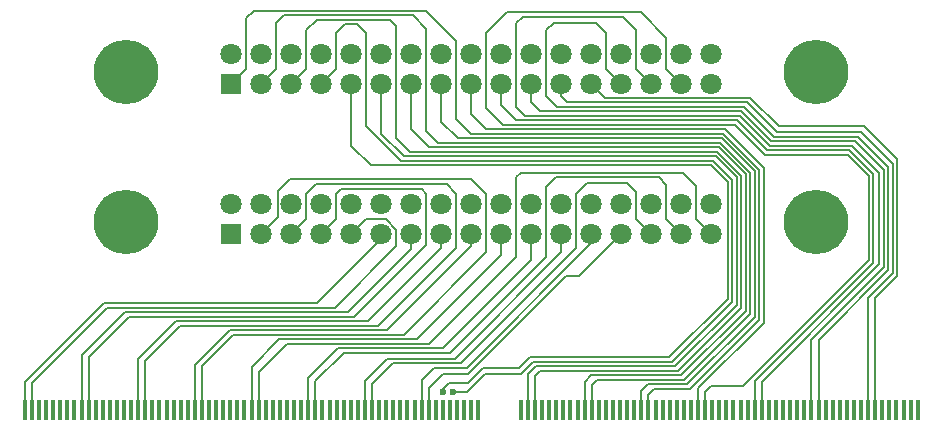
<source format=gbr>
G04 #@! TF.GenerationSoftware,KiCad,Pcbnew,5.1.5+dfsg1-2build2*
G04 #@! TF.CreationDate,2021-02-25T12:04:28+01:00*
G04 #@! TF.ProjectId,DIMMCartridgeConect,44494d4d-4361-4727-9472-69646765436f,rev?*
G04 #@! TF.SameCoordinates,Original*
G04 #@! TF.FileFunction,Copper,L2,Bot*
G04 #@! TF.FilePolarity,Positive*
%FSLAX46Y46*%
G04 Gerber Fmt 4.6, Leading zero omitted, Abs format (unit mm)*
G04 Created by KiCad (PCBNEW 5.1.5+dfsg1-2build2) date 2021-02-25 12:04:28*
%MOMM*%
%LPD*%
G04 APERTURE LIST*
%ADD10R,0.400000X1.800000*%
%ADD11R,1.800000X1.800000*%
%ADD12C,1.800000*%
%ADD13C,5.460000*%
%ADD14C,0.600000*%
%ADD15C,0.152400*%
G04 APERTURE END LIST*
D10*
X62200000Y-131640000D03*
X62800000Y-131640000D03*
X63400000Y-131640000D03*
X64000000Y-131640000D03*
X64600000Y-131640000D03*
X65200000Y-131640000D03*
X65800000Y-131640000D03*
X66400000Y-131640000D03*
X67000000Y-131640000D03*
X67600000Y-131640000D03*
X68200000Y-131640000D03*
X68800000Y-131640000D03*
X69400000Y-131640000D03*
X70000000Y-131640000D03*
X70600000Y-131640000D03*
X71200000Y-131640000D03*
X71800000Y-131640000D03*
X72400000Y-131640000D03*
X73000000Y-131640000D03*
X73600000Y-131640000D03*
X74200000Y-131640000D03*
X74800000Y-131640000D03*
X75400000Y-131640000D03*
X76000000Y-131640000D03*
X76600000Y-131640000D03*
X77200000Y-131640000D03*
X77800000Y-131640000D03*
X78400000Y-131640000D03*
X79000000Y-131640000D03*
X79600000Y-131640000D03*
X80200000Y-131640000D03*
X80800000Y-131640000D03*
X81400000Y-131640000D03*
X82000000Y-131640000D03*
X82600000Y-131640000D03*
X83200000Y-131640000D03*
X83800000Y-131640000D03*
X84400000Y-131640000D03*
X85000000Y-131640000D03*
X85600000Y-131640000D03*
X86200000Y-131640000D03*
X86800000Y-131640000D03*
X87400000Y-131640000D03*
X88000000Y-131640000D03*
X88600000Y-131640000D03*
X89200000Y-131640000D03*
X89800000Y-131640000D03*
X90400000Y-131640000D03*
X91000000Y-131640000D03*
X91600000Y-131640000D03*
X92200000Y-131640000D03*
X92800000Y-131640000D03*
X93400000Y-131640000D03*
X94000000Y-131640000D03*
X94600000Y-131640000D03*
X95200000Y-131640000D03*
X95800000Y-131640000D03*
X96400000Y-131640000D03*
X97000000Y-131640000D03*
X97600000Y-131640000D03*
X98200000Y-131640000D03*
X98800000Y-131640000D03*
X99400000Y-131640000D03*
X100000000Y-131640000D03*
X100600000Y-131640000D03*
X104200000Y-131640000D03*
X104800000Y-131640000D03*
X105400000Y-131640000D03*
X106000000Y-131640000D03*
X106600000Y-131640000D03*
X107200000Y-131640000D03*
X107800000Y-131640000D03*
X108400000Y-131640000D03*
X109000000Y-131640000D03*
X109600000Y-131640000D03*
X110200000Y-131640000D03*
X110800000Y-131640000D03*
X111400000Y-131640000D03*
X112000000Y-131640000D03*
X112600000Y-131640000D03*
X113200000Y-131640000D03*
X113800000Y-131640000D03*
X114400000Y-131640000D03*
X115000000Y-131640000D03*
X115600000Y-131640000D03*
X116200000Y-131640000D03*
X116800000Y-131640000D03*
X117400000Y-131640000D03*
X118000000Y-131640000D03*
X118600000Y-131640000D03*
X119200000Y-131640000D03*
X119800000Y-131640000D03*
X120400000Y-131640000D03*
X121000000Y-131640000D03*
X121600000Y-131640000D03*
X122200000Y-131640000D03*
X122800000Y-131640000D03*
X123400000Y-131640000D03*
X124000000Y-131640000D03*
X124600000Y-131640000D03*
X125200000Y-131640000D03*
X125800000Y-131640000D03*
X126400000Y-131640000D03*
X127000000Y-131640000D03*
X127600000Y-131640000D03*
X128200000Y-131640000D03*
X128800000Y-131640000D03*
X129400000Y-131640000D03*
X130000000Y-131640000D03*
X130600000Y-131640000D03*
X131200000Y-131640000D03*
X131800000Y-131640000D03*
X132400000Y-131640000D03*
X133000000Y-131640000D03*
X133600000Y-131640000D03*
X134200000Y-131640000D03*
X134800000Y-131640000D03*
X135400000Y-131640000D03*
X136000000Y-131640000D03*
X136600000Y-131640000D03*
X137200000Y-131640000D03*
X137800000Y-131640000D03*
D11*
X79680000Y-104000000D03*
D12*
X79680000Y-101460000D03*
X82220000Y-104000000D03*
X82220000Y-101460000D03*
X84760000Y-104000000D03*
X84760000Y-101460000D03*
X87300000Y-104000000D03*
X87300000Y-101460000D03*
X89840000Y-104000000D03*
X89840000Y-101460000D03*
X92380000Y-104000000D03*
X92380000Y-101460000D03*
X94920000Y-104000000D03*
X94920000Y-101460000D03*
X97460000Y-104000000D03*
X97460000Y-101460000D03*
X100000000Y-104000000D03*
X100000000Y-101460000D03*
X102540000Y-104000000D03*
X102540000Y-101460000D03*
D13*
X70790000Y-102980000D03*
D12*
X105080000Y-104000000D03*
X105080000Y-101460000D03*
X107620000Y-104000000D03*
X107620000Y-101460000D03*
X110160000Y-104000000D03*
X110160000Y-101460000D03*
X112700000Y-104000000D03*
X112700000Y-101460000D03*
X115240000Y-104000000D03*
X115240000Y-101460000D03*
X117780000Y-104000000D03*
X117780000Y-101460000D03*
X120320000Y-104000000D03*
X120320000Y-101460000D03*
D13*
X129210000Y-102980000D03*
X129210000Y-115680000D03*
D12*
X120320000Y-114160000D03*
X120320000Y-116700000D03*
X117780000Y-114160000D03*
X117780000Y-116700000D03*
X115240000Y-114160000D03*
X115240000Y-116700000D03*
X112700000Y-114160000D03*
X112700000Y-116700000D03*
X110160000Y-114160000D03*
X110160000Y-116700000D03*
X107620000Y-114160000D03*
X107620000Y-116700000D03*
X105080000Y-114160000D03*
X105080000Y-116700000D03*
D13*
X70790000Y-115680000D03*
D12*
X102540000Y-114160000D03*
X102540000Y-116700000D03*
X100000000Y-114160000D03*
X100000000Y-116700000D03*
X97460000Y-114160000D03*
X97460000Y-116700000D03*
X94920000Y-114160000D03*
X94920000Y-116700000D03*
X92380000Y-114160000D03*
X92380000Y-116700000D03*
X89840000Y-114160000D03*
X89840000Y-116700000D03*
X87300000Y-114160000D03*
X87300000Y-116700000D03*
X84760000Y-114160000D03*
X84760000Y-116700000D03*
X82220000Y-114160000D03*
X82220000Y-116700000D03*
X79680000Y-114160000D03*
D11*
X79680000Y-116700000D03*
D14*
X98476000Y-130085000D03*
X97587000Y-130085000D03*
D15*
X62200000Y-131640000D02*
X62200000Y-129277000D01*
X62200000Y-129277000D02*
X68885000Y-122592000D01*
X68885000Y-122592000D02*
X86919000Y-122592000D01*
X92380000Y-117131000D02*
X92380000Y-116700000D01*
X86919000Y-122592000D02*
X92380000Y-117131000D01*
X93650000Y-116369000D02*
X92761000Y-115480000D01*
X91060000Y-115480000D02*
X89840000Y-116700000D01*
X92761000Y-115480000D02*
X91060000Y-115480000D01*
X62800000Y-131640000D02*
X62800000Y-129312000D01*
X62800000Y-129312000D02*
X69139000Y-122973000D01*
X88443000Y-122973000D02*
X93650000Y-117766000D01*
X69139000Y-122973000D02*
X88443000Y-122973000D01*
X93650000Y-117766000D02*
X93650000Y-116369000D01*
X94920000Y-118020000D02*
X94920000Y-116700000D01*
X70663000Y-123354000D02*
X89586000Y-123354000D01*
X67000000Y-127017000D02*
X70663000Y-123354000D01*
X89586000Y-123354000D02*
X94920000Y-118020000D01*
X67000000Y-131640000D02*
X67000000Y-127017000D01*
X67600000Y-131640000D02*
X67600000Y-127179000D01*
X67600000Y-127179000D02*
X71044000Y-123735000D01*
X86919000Y-123735000D02*
X90094000Y-123735000D01*
X71044000Y-123735000D02*
X86919000Y-123735000D01*
X86919000Y-123735000D02*
X87985810Y-123735000D01*
X90094000Y-123735000D02*
X96190000Y-117639000D01*
X96190000Y-117639000D02*
X96190000Y-113321000D01*
X96190000Y-113321000D02*
X95809000Y-112940000D01*
X95809000Y-112940000D02*
X89205000Y-112940000D01*
X89205000Y-112940000D02*
X88951000Y-112940000D01*
X88951000Y-112940000D02*
X88570000Y-113321000D01*
X88570000Y-115430000D02*
X87300000Y-116700000D01*
X88570000Y-113321000D02*
X88570000Y-115430000D01*
X71800000Y-131640000D02*
X71800000Y-130472000D01*
X71800000Y-131640000D02*
X71800000Y-127297000D01*
X71800000Y-127297000D02*
X74981000Y-124116000D01*
X74981000Y-124116000D02*
X91237000Y-124116000D01*
X97460000Y-117893000D02*
X97460000Y-116700000D01*
X91237000Y-124116000D02*
X97460000Y-117893000D01*
X86030000Y-115430000D02*
X84760000Y-116700000D01*
X98730000Y-117893000D02*
X98730000Y-113321000D01*
X92126000Y-124497000D02*
X98730000Y-117893000D01*
X75362000Y-124497000D02*
X92126000Y-124497000D01*
X72400000Y-127459000D02*
X75362000Y-124497000D01*
X72400000Y-131640000D02*
X72400000Y-127459000D01*
X86855500Y-112495500D02*
X86030000Y-113321000D01*
X97904500Y-112495500D02*
X86855500Y-112495500D01*
X86030000Y-113321000D02*
X86030000Y-115430000D01*
X98730000Y-113321000D02*
X97904500Y-112495500D01*
X76600000Y-127831000D02*
X76600000Y-131640000D01*
X92888000Y-124878000D02*
X79553000Y-124878000D01*
X100000000Y-117766000D02*
X92888000Y-124878000D01*
X79553000Y-124878000D02*
X76600000Y-127831000D01*
X100000000Y-116700000D02*
X100000000Y-117766000D01*
X100000000Y-112051000D02*
X84633000Y-112051000D01*
X94285000Y-125259000D02*
X101270000Y-118274000D01*
X79807000Y-125259000D02*
X94285000Y-125259000D01*
X83617000Y-113067000D02*
X83617000Y-115303000D01*
X101270000Y-113321000D02*
X100000000Y-112051000D01*
X77200000Y-127866000D02*
X79807000Y-125259000D01*
X83617000Y-115303000D02*
X82220000Y-116700000D01*
X84633000Y-112051000D02*
X83617000Y-113067000D01*
X101270000Y-118274000D02*
X101270000Y-113321000D01*
X77200000Y-131640000D02*
X77200000Y-127866000D01*
X81400000Y-131640000D02*
X81400000Y-127984000D01*
X81400000Y-127984000D02*
X83744000Y-125640000D01*
X83744000Y-125640000D02*
X95428000Y-125640000D01*
X102540000Y-118528000D02*
X102540000Y-116700000D01*
X95428000Y-125640000D02*
X102540000Y-118528000D01*
X82000000Y-131640000D02*
X82000000Y-128400000D01*
X82000000Y-128400000D02*
X84379000Y-126021000D01*
X84379000Y-126021000D02*
X96444000Y-126021000D01*
X96444000Y-126021000D02*
X103810000Y-118655000D01*
X103810000Y-118655000D02*
X103810000Y-111924000D01*
X103810000Y-111924000D02*
X104191000Y-111543000D01*
X104191000Y-111543000D02*
X117907000Y-111543000D01*
X117907000Y-111543000D02*
X119050000Y-112686000D01*
X119050000Y-115430000D02*
X120320000Y-116700000D01*
X119050000Y-112686000D02*
X119050000Y-115430000D01*
X86200000Y-131640000D02*
X86200000Y-128899000D01*
X86200000Y-128899000D02*
X88697000Y-126402000D01*
X88697000Y-126402000D02*
X97587000Y-126402000D01*
X105080000Y-118909000D02*
X105080000Y-116700000D01*
X97587000Y-126402000D02*
X105080000Y-118909000D01*
X116510000Y-115430000D02*
X117780000Y-116700000D01*
X116510000Y-112559000D02*
X116510000Y-115430000D01*
X107162810Y-111924000D02*
X115875000Y-111924000D01*
X106350000Y-112736810D02*
X107162810Y-111924000D01*
X106350000Y-118655000D02*
X106350000Y-112736810D01*
X98222000Y-126783000D02*
X106350000Y-118655000D01*
X89205000Y-126783000D02*
X98222000Y-126783000D01*
X115875000Y-111924000D02*
X116510000Y-112559000D01*
X86800000Y-129188000D02*
X89205000Y-126783000D01*
X86800000Y-131640000D02*
X86800000Y-129188000D01*
X91000000Y-131640000D02*
X91000000Y-129179000D01*
X91000000Y-129179000D02*
X92888000Y-127291000D01*
X92888000Y-127291000D02*
X98603000Y-127291000D01*
X107620000Y-118274000D02*
X107620000Y-116700000D01*
X98603000Y-127291000D02*
X107620000Y-118274000D01*
X91600000Y-131640000D02*
X91600000Y-129468000D01*
X91600000Y-129468000D02*
X93396000Y-127672000D01*
X93396000Y-127672000D02*
X99111000Y-127672000D01*
X99111000Y-127672000D02*
X108890000Y-117893000D01*
X108890000Y-117893000D02*
X108890000Y-113321000D01*
X108890000Y-113321000D02*
X109779000Y-112432000D01*
X109779000Y-112432000D02*
X113208000Y-112432000D01*
X113208000Y-112432000D02*
X113970000Y-113194000D01*
X113970000Y-115430000D02*
X115240000Y-116700000D01*
X113970000Y-113194000D02*
X113970000Y-115430000D01*
X95800000Y-131640000D02*
X95800000Y-129078000D01*
X95800000Y-129078000D02*
X96825000Y-128053000D01*
X96825000Y-128053000D02*
X99619000Y-128053000D01*
X110160000Y-117512000D02*
X110160000Y-116700000D01*
X99619000Y-128053000D02*
X110160000Y-117512000D01*
X96400000Y-131640000D02*
X96400000Y-129748000D01*
X96400000Y-129748000D02*
X97587000Y-128561000D01*
X97587000Y-128561000D02*
X99746000Y-128561000D01*
X99746000Y-128561000D02*
X108001000Y-120306000D01*
X109094000Y-120306000D02*
X112700000Y-116700000D01*
X108001000Y-120306000D02*
X109094000Y-120306000D01*
X120701000Y-110146000D02*
X94285000Y-110146000D01*
X92380000Y-108241000D02*
X92380000Y-104000000D01*
X94285000Y-110146000D02*
X92380000Y-108241000D01*
X122479000Y-111924000D02*
X120701000Y-110146000D01*
X122479000Y-122719000D02*
X122479000Y-111924000D01*
X105461000Y-127926000D02*
X117272000Y-127926000D01*
X104800000Y-128587000D02*
X105461000Y-127926000D01*
X117272000Y-127926000D02*
X122479000Y-122719000D01*
X104800000Y-131640000D02*
X104800000Y-128587000D01*
X105400000Y-131640000D02*
X105400000Y-128749000D01*
X86030000Y-102730000D02*
X84760000Y-104000000D01*
X86030000Y-99478000D02*
X86030000Y-102730000D01*
X105842000Y-128307000D02*
X117526000Y-128307000D01*
X117526000Y-128307000D02*
X122860000Y-122973000D01*
X122860000Y-122973000D02*
X122860000Y-111797000D01*
X93650000Y-108622000D02*
X93650000Y-99097000D01*
X122860000Y-111797000D02*
X120828000Y-109765000D01*
X120828000Y-109765000D02*
X94793000Y-109765000D01*
X105400000Y-128749000D02*
X105842000Y-128307000D01*
X94793000Y-109765000D02*
X93650000Y-108622000D01*
X86919000Y-98589000D02*
X86030000Y-99478000D01*
X93650000Y-99097000D02*
X93142000Y-98589000D01*
X93142000Y-98589000D02*
X86919000Y-98589000D01*
X94920000Y-107860000D02*
X94920000Y-104000000D01*
X96444000Y-109384000D02*
X94920000Y-107860000D01*
X120955000Y-109384000D02*
X96444000Y-109384000D01*
X123241000Y-111670000D02*
X120955000Y-109384000D01*
X123241000Y-123227000D02*
X123241000Y-111670000D01*
X117780000Y-128688000D02*
X123241000Y-123227000D01*
X110160000Y-128688000D02*
X117780000Y-128688000D01*
X109600000Y-129248000D02*
X110160000Y-128688000D01*
X109600000Y-131640000D02*
X109600000Y-129248000D01*
X110200000Y-131640000D02*
X110200000Y-129537000D01*
X110200000Y-129537000D02*
X110668000Y-129069000D01*
X123622000Y-111543000D02*
X121082000Y-109003000D01*
X121082000Y-109003000D02*
X97206000Y-109003000D01*
X97206000Y-109003000D02*
X96190000Y-107987000D01*
X96190000Y-107987000D02*
X96190000Y-99351000D01*
X96190000Y-99351000D02*
X95047000Y-98208000D01*
X95047000Y-98208000D02*
X84125000Y-98208000D01*
X84125000Y-98208000D02*
X83490000Y-98843000D01*
X83490000Y-102730000D02*
X82220000Y-104000000D01*
X83490000Y-98843000D02*
X83490000Y-102730000D01*
X118034000Y-129069000D02*
X123622000Y-123481000D01*
X123622000Y-123481000D02*
X123622000Y-111543000D01*
X110668000Y-129069000D02*
X118034000Y-129069000D01*
X97460000Y-107225000D02*
X97460000Y-104000000D01*
X121209000Y-108622000D02*
X98857000Y-108622000D01*
X124003000Y-111416000D02*
X121209000Y-108622000D01*
X98857000Y-108622000D02*
X97460000Y-107225000D01*
X124003000Y-123735000D02*
X124003000Y-111416000D01*
X114986000Y-129450000D02*
X118288000Y-129450000D01*
X114400000Y-130036000D02*
X114986000Y-129450000D01*
X118288000Y-129450000D02*
X124003000Y-123735000D01*
X114400000Y-131640000D02*
X114400000Y-130036000D01*
X115000000Y-131640000D02*
X115000000Y-130325000D01*
X115000000Y-130325000D02*
X115494000Y-129831000D01*
X80950000Y-102730000D02*
X79680000Y-104000000D01*
X96190000Y-97827000D02*
X81585000Y-97827000D01*
X80950000Y-98462000D02*
X80950000Y-102730000D01*
X98730000Y-100367000D02*
X96190000Y-97827000D01*
X98730000Y-106971000D02*
X98730000Y-100367000D01*
X100000000Y-108241000D02*
X98730000Y-106971000D01*
X121336000Y-108241000D02*
X100000000Y-108241000D01*
X124384000Y-111289000D02*
X121336000Y-108241000D01*
X81585000Y-97827000D02*
X80950000Y-98462000D01*
X118415000Y-129831000D02*
X118542000Y-129831000D01*
X115494000Y-129831000D02*
X118415000Y-129831000D01*
X124384000Y-123989000D02*
X124384000Y-123735000D01*
X124384000Y-123735000D02*
X124384000Y-111289000D01*
X118542000Y-129831000D02*
X124384000Y-123989000D01*
X100000000Y-106590000D02*
X100000000Y-104000000D01*
X101270000Y-107860000D02*
X100000000Y-106590000D01*
X121463000Y-107860000D02*
X101270000Y-107860000D01*
X124765000Y-111162000D02*
X121463000Y-107860000D01*
X124765000Y-124243000D02*
X124765000Y-111162000D01*
X119200000Y-129808000D02*
X124765000Y-124243000D01*
X119200000Y-131640000D02*
X119200000Y-129808000D01*
X119800000Y-131640000D02*
X119800000Y-130097000D01*
X120320000Y-129577000D02*
X122987000Y-129577000D01*
X116510000Y-102730000D02*
X117780000Y-104000000D01*
X133655000Y-118909000D02*
X133655000Y-111797000D01*
X119800000Y-130097000D02*
X120320000Y-129577000D01*
X114351000Y-97954000D02*
X116510000Y-100113000D01*
X122987000Y-129577000D02*
X133655000Y-118909000D01*
X101270000Y-106082000D02*
X101270000Y-99732000D01*
X103048000Y-97954000D02*
X114351000Y-97954000D01*
X102667000Y-107479000D02*
X101270000Y-106082000D01*
X116510000Y-100113000D02*
X116510000Y-102730000D01*
X101270000Y-99732000D02*
X103048000Y-97954000D01*
X133655000Y-111797000D02*
X131877000Y-110019000D01*
X124892000Y-110019000D02*
X122352000Y-107479000D01*
X125781000Y-110019000D02*
X124892000Y-110019000D01*
X122352000Y-107479000D02*
X102667000Y-107479000D01*
X131877000Y-110019000D02*
X125781000Y-110019000D01*
X125781000Y-110019000D02*
X125654000Y-110019000D01*
X132321500Y-120877500D02*
X132512000Y-120687000D01*
X124000000Y-129199000D02*
X132321500Y-120877500D01*
X124000000Y-131640000D02*
X124000000Y-129199000D01*
X103810000Y-107098000D02*
X102540000Y-105828000D01*
X102540000Y-105828000D02*
X102540000Y-104000000D01*
X132321500Y-120877500D02*
X134036000Y-119163000D01*
X134036000Y-111924000D02*
X134036000Y-111670000D01*
X134036000Y-119163000D02*
X134036000Y-111924000D01*
X134036000Y-111670000D02*
X132004000Y-109638000D01*
X125019000Y-109638000D02*
X122479000Y-107098000D01*
X132004000Y-109638000D02*
X125019000Y-109638000D01*
X122479000Y-107098000D02*
X103810000Y-107098000D01*
X124600000Y-131640000D02*
X124600000Y-129234000D01*
X124600000Y-129234000D02*
X134544000Y-119290000D01*
X134544000Y-119290000D02*
X134544000Y-111543000D01*
X134544000Y-111543000D02*
X132258000Y-109257000D01*
X132258000Y-109257000D02*
X125273000Y-109257000D01*
X125273000Y-109257000D02*
X122733000Y-106717000D01*
X122733000Y-106717000D02*
X104572000Y-106717000D01*
X104572000Y-106717000D02*
X103810000Y-105955000D01*
X103810000Y-105955000D02*
X103810000Y-98893810D01*
X103810000Y-98893810D02*
X104368810Y-98335000D01*
X104368810Y-98335000D02*
X112827000Y-98335000D01*
X112827000Y-98335000D02*
X113970000Y-99478000D01*
X113970000Y-102730000D02*
X115240000Y-104000000D01*
X113970000Y-99478000D02*
X113970000Y-102730000D01*
X128800000Y-131640000D02*
X128800000Y-125669000D01*
X128800000Y-125669000D02*
X134925000Y-119544000D01*
X134925000Y-119544000D02*
X134925000Y-111289000D01*
X134925000Y-111289000D02*
X132512000Y-108876000D01*
X132512000Y-108876000D02*
X125400000Y-108876000D01*
X125400000Y-108876000D02*
X122860000Y-106336000D01*
X122860000Y-106336000D02*
X105842000Y-106336000D01*
X105080000Y-105574000D02*
X105080000Y-104000000D01*
X105842000Y-106336000D02*
X105080000Y-105574000D01*
X129400000Y-131640000D02*
X129400000Y-125704000D01*
X129400000Y-125704000D02*
X135306000Y-119798000D01*
X135306000Y-119798000D02*
X135306000Y-111035000D01*
X135306000Y-111035000D02*
X132766000Y-108495000D01*
X132766000Y-108495000D02*
X125654000Y-108495000D01*
X125654000Y-108495000D02*
X123114000Y-105955000D01*
X107747000Y-105955000D02*
X107239000Y-105955000D01*
X123114000Y-105955000D02*
X107747000Y-105955000D01*
X107239000Y-105955000D02*
X106350000Y-105066000D01*
X106350000Y-105066000D02*
X106350000Y-99478000D01*
X106350000Y-99478000D02*
X106985000Y-98843000D01*
X106985000Y-98843000D02*
X110541000Y-98843000D01*
X110541000Y-98843000D02*
X111430000Y-99732000D01*
X111430000Y-102730000D02*
X112700000Y-104000000D01*
X111430000Y-99732000D02*
X111430000Y-102730000D01*
X133600000Y-131640000D02*
X133600000Y-122139000D01*
X133600000Y-122139000D02*
X135687000Y-120052000D01*
X135687000Y-120052000D02*
X135687000Y-110781000D01*
X135687000Y-110781000D02*
X133020000Y-108114000D01*
X133020000Y-108114000D02*
X125908000Y-108114000D01*
X125908000Y-108114000D02*
X123368000Y-105574000D01*
X123368000Y-105574000D02*
X108128000Y-105574000D01*
X107620000Y-105066000D02*
X107620000Y-104000000D01*
X108128000Y-105574000D02*
X107620000Y-105066000D01*
X134200000Y-131640000D02*
X134200000Y-122174000D01*
X134200000Y-122174000D02*
X136068000Y-120306000D01*
X136068000Y-120306000D02*
X136068000Y-110400000D01*
X136068000Y-110400000D02*
X133274000Y-107606000D01*
X133274000Y-107606000D02*
X126035000Y-107606000D01*
X126035000Y-107606000D02*
X123622000Y-105193000D01*
X111353000Y-105193000D02*
X110160000Y-104000000D01*
X123622000Y-105193000D02*
X111353000Y-105193000D01*
X98476000Y-130085000D02*
X98349000Y-129958000D01*
X90348000Y-98970000D02*
X89332000Y-98970000D01*
X117018000Y-127545000D02*
X122098000Y-122465000D01*
X94031000Y-110527000D02*
X91110000Y-107606000D01*
X88570000Y-102730000D02*
X87300000Y-104000000D01*
X122098000Y-122465000D02*
X122098000Y-112178000D01*
X88570000Y-99732000D02*
X88570000Y-102730000D01*
X91110000Y-99732000D02*
X90348000Y-98970000D01*
X122098000Y-112178000D02*
X120447000Y-110527000D01*
X120447000Y-110527000D02*
X94031000Y-110527000D01*
X91110000Y-107606000D02*
X91110000Y-99732000D01*
X89332000Y-98970000D02*
X88570000Y-99732000D01*
X98476000Y-130085000D02*
X99619000Y-130085000D01*
X99619000Y-130085000D02*
X101143000Y-128561000D01*
X104191000Y-128561000D02*
X105207000Y-127545000D01*
X101143000Y-128561000D02*
X104191000Y-128561000D01*
X105207000Y-127545000D02*
X117018000Y-127545000D01*
X91491000Y-110908000D02*
X89840000Y-109257000D01*
X120320000Y-110908000D02*
X91491000Y-110908000D01*
X89840000Y-109257000D02*
X89840000Y-104000000D01*
X121717000Y-112305000D02*
X120320000Y-110908000D01*
X121717000Y-122211000D02*
X121717000Y-112305000D01*
X116764000Y-127164000D02*
X121717000Y-122211000D01*
X97587000Y-130085000D02*
X97587000Y-129831000D01*
X97587000Y-129831000D02*
X98095000Y-129323000D01*
X98095000Y-129323000D02*
X99746000Y-129323000D01*
X99746000Y-129323000D02*
X101016000Y-128053000D01*
X104064000Y-128053000D02*
X104953000Y-127164000D01*
X101016000Y-128053000D02*
X104064000Y-128053000D01*
X104953000Y-127164000D02*
X116764000Y-127164000D01*
M02*

</source>
